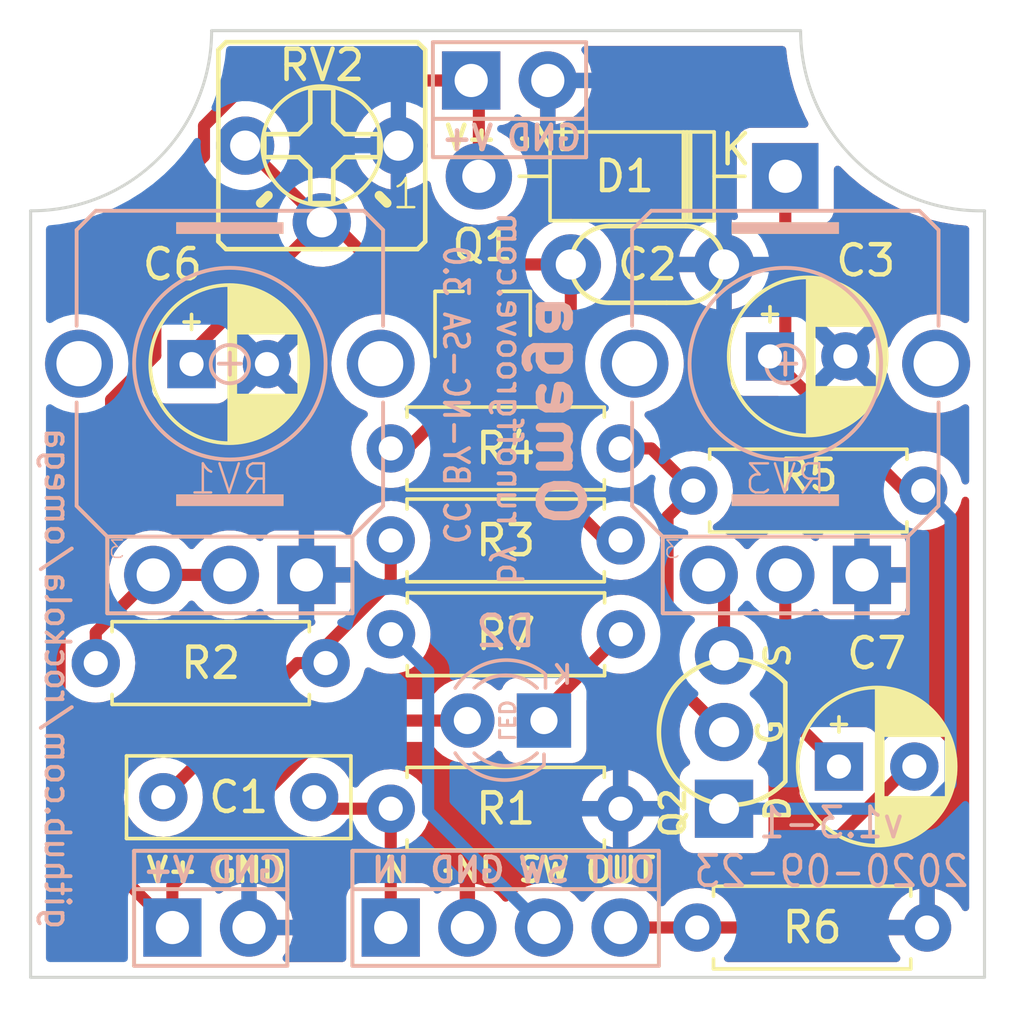
<source format=kicad_pcb>
(kicad_pcb (version 20211014) (generator pcbnew)
  (layers (0 "F.Cu" signal) (31 "B.Cu" signal) (34 "B.Paste" user) (35 "F.Paste" user) (36 "B.SilkS" user "B.Silkscreen") (37 "F.SilkS" user "F.Silkscreen") (38 "B.Mask" user) (39 "F.Mask" user) (44 "Edge.Cuts" user))
  (property "DATE" "2020-09-23")
  (property "REVISION" "v1.3-1")
  (property "TITLE" "Omega")
  (property "URL" "github.com/rockola/omega")
  (net 0 "")
  (net 1 "Net-(C1-Pad2)")
  (net 2 "IN")
  (net 3 "GND")
  (net 4 "Net-(C2-Pad1)")
  (net 5 "Net-(D2-Pad1)")
  (net 6 "Net-(Q1-Pad2)")
  (net 7 "VCC")
  (net 8 "Net-(C6-Pad1)")
  (net 9 "OUT")
  (net 10 "Net-(C7-Pad1)")
  (net 11 "+9V")
  (net 12 "LED-")
  (net 13 "Net-(Q2-Pad3)")
  (net 14 "Net-(Q2-Pad2)")
  (net 15 "Net-(R2-Pad2)")
  (footprint "rockola_kicad_footprints:R_DIN0207" (layer "F.Cu") (at 112.649 67.564)
    (fp_text reference "R5" (at 3.81 -0.508) (layer "F.SilkS"))
    (fp_text value "68k")
    (pad "1" thru_hole circle locked (at 0 0) (size 1.6 1.6) (drill 0.8) (layers *.Cu *.Mask) (net 14 "Net-(Q2-Pad2)"))
    (pad "2" thru_hole oval locked (at 7.62 0) (size 1.6 1.6) (drill 0.8) (layers *.Cu *.Mask) (net 7 "VCC"))
  )
  (footprint "rockola_kicad_footprints:R_DIN0207" (layer "F.Cu") (at 100.457 73.279 180)
    (fp_text reference "R2" (at 3.81 0) (layer "F.SilkS"))
    (fp_text value "22k")
    (pad "1" thru_hole circle locked (at 0 0 180) (size 1.6 1.6) (drill 0.8) (layers *.Cu *.Mask) (net 1 "Net-(C1-Pad2)"))
    (pad "2" thru_hole oval locked (at 7.62 0 180) (size 1.6 1.6) (drill 0.8) (layers *.Cu *.Mask) (net 15 "Net-(R2-Pad2)"))
  )
  (footprint "rockola_kicad_footprints:CP_D5.0_P2.50" (layer "F.Cu") (at 115.189 63.119)
    (fp_text reference "C3" (at 3.175 -3.175) (layer "F.SilkS"))
    (fp_text value "100u")
    (pad "1" thru_hole rect locked (at 0 0) (size 1.6 1.6) (drill 0.8) (layers *.Cu *.Mask) (net 7 "VCC"))
    (pad "2" thru_hole circle locked (at 2.5 0) (size 1.6 1.6) (drill 0.8) (layers *.Cu *.Mask) (net 3 "GND"))
  )
  (footprint "Package_TO_SOT_SMD:SOT-23" (layer "F.Cu") (at 105.664 61.722 90)
    (fp_text reference "Q1" (at 2.286 0 180) (layer "F.SilkS"))
    (fp_text value "MMBF5457")
    (pad "1" smd rect locked (at -1 -0.95 90) (size 0.9 0.8) (layers "F.Cu" "F.Paste" "F.Mask") (net 8 "Net-(C6-Pad1)"))
    (pad "2" smd rect locked (at -1 0.95 90) (size 0.9 0.8) (layers "F.Cu" "F.Paste" "F.Mask") (net 6 "Net-(Q1-Pad2)"))
    (pad "3" smd rect locked (at 1 0 90) (size 0.9 0.8) (layers "F.Cu" "F.Paste" "F.Mask") (net 4 "Net-(C2-Pad1)"))
  )
  (footprint "rockola_kicad_footprints:R_DIN0207" (layer "F.Cu") (at 102.616 69.215)
    (fp_text reference "R3" (at 3.81 0) (layer "F.SilkS"))
    (fp_text value "33k")
    (pad "1" thru_hole circle locked (at 0 0) (size 1.6 1.6) (drill 0.8) (layers *.Cu *.Mask) (net 1 "Net-(C1-Pad2)"))
    (pad "2" thru_hole oval locked (at 7.62 0) (size 1.6 1.6) (drill 0.8) (layers *.Cu *.Mask) (net 4 "Net-(C2-Pad1)"))
  )
  (footprint "potentiometers:9MM_METAL_SHAFT" (layer "F.Cu") (at 97.282 70.358)
    (fp_text reference "RV1" (at 0 -3.175 180) (layer "B.SilkS") (effects (font (size 0.9652 0.9652) (thickness 0.08128)) (justify mirror)))
    (fp_text value "Range C500k" hide)
    (fp_text user "3" (at -4.064 -0.508 180) (layer "B.SilkS") (effects (font (size 0.57912 0.57912) (thickness 0.048768)) (justify right bottom mirror)))
    (pad "" thru_hole oval locked (at 5 -7) (size 2.25 2.25) (drill 1.5) (layers *.Cu *.Mask))
    (pad "" thru_hole oval locked (at -5 -7) (size 2.25 2.25) (drill 1.5) (layers *.Cu *.Mask))
    (pad "1" thru_hole rect locked (at 2.54 0) (size 1.9304 1.9304) (drill 1.1) (layers *.Cu *.Mask) (net 3 "GND"))
    (pad "2" thru_hole oval locked (at 0 0) (size 1.9304 1.9304) (drill 1.1) (layers *.Cu *.Mask) (net 15 "Net-(R2-Pad2)"))
    (pad "3" thru_hole oval locked (at -2.54 0) (size 1.9304 1.9304) (drill 1.1) (layers *.Cu *.Mask) (net 15 "Net-(R2-Pad2)"))
  )
  (footprint "Diode_THT:D_DO-41_SOD81_P10.16mm_Horizontal" (layer "F.Cu") (at 115.697 57.15 180)
    (fp_text reference "D1" (at 5.334 0) (layer "F.SilkS"))
    (fp_text value "1N5817")
    (fp_text user "K" (at 1.651 0.889) (layer "F.SilkS"))
    (pad "1" thru_hole rect locked (at 0 0 180) (size 2.2 2.2) (drill 1.1) (layers *.Cu *.Mask) (net 7 "VCC"))
    (pad "2" thru_hole oval locked (at 10.16 0 180) (size 2.2 2.2) (drill 1.1) (layers *.Cu *.Mask) (net 11 "+9V"))
  )
  (footprint "rockola_kicad_footprints:CP_D5.0_P2.50" (layer "F.Cu") (at 96.012 63.373)
    (fp_text reference "C6" (at -0.635 -3.302) (layer "F.SilkS"))
    (fp_text value "4u7")
    (pad "1" thru_hole rect locked (at 0 0) (size 1.6 1.6) (drill 0.8) (layers *.Cu *.Mask) (net 8 "Net-(C6-Pad1)"))
    (pad "2" thru_hole circle locked (at 2.5 0) (size 1.6 1.6) (drill 0.8) (layers *.Cu *.Mask) (net 3 "GND"))
  )
  (footprint "rockola_kicad_footprints:R_DIN0207" (layer "F.Cu") (at 110.236 66.167 180)
    (fp_text reference "R4" (at 3.81 0) (layer "F.SilkS"))
    (fp_text value "33k")
    (pad "1" thru_hole circle locked (at 0 0 180) (size 1.6 1.6) (drill 0.8) (layers *.Cu *.Mask) (net 14 "Net-(Q2-Pad2)"))
    (pad "2" thru_hole oval locked (at 7.62 0 180) (size 1.6 1.6) (drill 0.8) (layers *.Cu *.Mask) (net 6 "Net-(Q1-Pad2)"))
  )
  (footprint "rockola_kicad_footprints:Power_Header_2pin" (layer "F.Cu") (at 99.187 82.042)
    (fp_text reference "J3" hide)
    (fp_text value "Power BOTTOM" hide)
    (fp_text user "V+" (at -3.937 -1.905 unlocked) (layer "B.SilkS") (effects (font (size 0.8 0.8)) (justify mirror)))
    (fp_text user "GND" (at -1.397 -1.905 unlocked) (layer "B.SilkS") (effects (font (size 0.8 0.8)) (justify mirror)))
    (fp_text user "GND" (at -1.27 -1.905 unlocked) (layer "F.SilkS") (effects (font (size 0.8 0.8))))
    (fp_text user "V+" (at -3.81 -1.905 unlocked) (layer "F.SilkS") (effects (font (size 0.8 0.8))))
    (pad "1" thru_hole rect locked (at -3.81 0) (size 1.9304 1.9304) (drill 1.1) (layers *.Cu *.Mask) (net 11 "+9V"))
    (pad "2" thru_hole oval locked (at -1.27 0) (size 1.9304 1.9304) (drill 1.1) (layers *.Cu *.Mask) (net 3 "GND"))
  )
  (footprint "rockola_kicad_footprints:Stomp_4pin" (layer "F.Cu") (at 106.426 82.042)
    (fp_text reference "J1" hide)
    (fp_text value "Conn_01x04_Female" hide)
    (fp_text user "GND" (at -1.27 -1.905 unlocked) (layer "B.SilkS") (effects (font (size 0.8 0.8)) (justify mirror)))
    (fp_text user "IN" (at -3.81 -1.905 unlocked) (layer "B.SilkS") (effects (font (size 0.8 0.8)) (justify mirror)))
    (fp_text user "SW" (at 1.27 -1.905 unlocked) (layer "B.SilkS") (effects (font (size 0.8 0.8)) (justify mirror)))
    (fp_text user "OUT" (at 3.81 -1.905 unlocked) (layer "B.SilkS") (effects (font (size 0.8 0.8)) (justify mirror)))
    (fp_text user "IN" (at -3.81 -1.905 unlocked) (layer "F.SilkS") (effects (font (size 0.8 0.8))))
    (fp_text user "GND" (at -1.27 -1.905 unlocked) (layer "F.SilkS") (effects (font (size 0.8 0.8))))
    (fp_text user "OUT" (at 3.81 -1.905 unlocked) (layer "F.SilkS") (effects (font (size 0.8 0.8))))
    (fp_text user "SW" (at 1.27 -1.905 unlocked) (layer "F.SilkS") (effects (font (size 0.8 0.8))))
    (pad "1" thru_hole rect locked (at -3.81 0) (size 1.9304 1.9304) (drill 1.1) (layers *.Cu *.Mask) (net 2 "IN"))
    (pad "2" thru_hole oval locked (at -1.27 0) (size 1.9304 1.9304) (drill 1.1) (layers *.Cu *.Mask) (net 3 "GND"))
    (pad "3" thru_hole oval locked (at 1.27 0) (size 1.9304 1.9304) (drill 1.1) (layers *.Cu *.Mask) (net 12 "LED-"))
    (pad "4" thru_hole oval locked (at 3.81 0) (size 1.9304 1.9304) (drill 1.1) (layers *.Cu *.Mask) (net 9 "OUT"))
  )
  (footprint "caps-film:0.2_22.SML" (layer "F.Cu") (at 111.125 60.071)
    (fp_text reference "C2" (at 0 0) (layer "F.SilkS"))
    (fp_text value "220p" hide)
    (pad "1" thru_hole oval locked (at -2.54 0) (size 2 2) (drill 1) (layers *.Cu *.Mask) (net 4 "Net-(C2-Pad1)"))
    (pad "2" thru_hole oval locked (at 2.54 0) (size 2 2) (drill 1) (layers *.Cu *.Mask) (net 3 "GND"))
  )
  (footprint "rockola_kicad_footprints:C_Box_7.2_2.5" (layer "F.Cu") (at 100.076 77.724 180)
    (fp_text reference "C1" (at 2.5 0) (layer "F.SilkS"))
    (fp_text value "3n3")
    (pad "1" thru_hole circle locked (at 0 0 180) (size 1.6 1.6) (drill 0.8) (layers *.Cu *.Mask) (net 2 "IN"))
    (pad "2" thru_hole circle locked (at 5 0 180) (size 1.6 1.6) (drill 0.8) (layers *.Cu *.Mask) (net 1 "Net-(C1-Pad2)"))
  )
  (footprint "rockola_kicad_footprints:Power_Header_2pin_TOP" (layer "F.Cu") (at 109.093 53.975)
    (fp_text reference "J2" hide)
    (fp_text value "Power TOP" hide)
    (fp_text user "V+" (at -3.937 1.905 unlocked) (layer "B.SilkS") (effects (font (size 0.8 0.8)) (justify mirror)))
    (fp_text user "GND" (at -1.397 1.905 unlocked) (layer "B.SilkS") (effects (font (size 0.8 0.8)) (justify mirror)))
    (fp_text user "V+" (at -3.81 1.905 unlocked) (layer "F.SilkS") (effects (font (size 0.8 0.8))))
    (fp_text user "GND" (at -1.397 1.905 unlocked) (layer "F.SilkS") (effects (font (size 0.8 0.8))))
    (pad "1" thru_hole rect locked (at -3.81 0) (size 1.9304 1.9304) (drill 1.1) (layers *.Cu *.Mask) (net 11 "+9V"))
    (pad "2" thru_hole oval locked (at -1.27 0) (size 1.9304 1.9304) (drill 1.1) (layers *.Cu *.Mask) (net 3 "GND"))
  )
  (footprint "rockola_kicad_footprints:CP_D5.0_P2.50" (layer "F.Cu") (at 117.475 76.708)
    (fp_text reference "C7" (at 1.25 -3.75) (layer "F.SilkS"))
    (fp_text value "4u7")
    (pad "1" thru_hole rect locked (at 0 0) (size 1.6 1.6) (drill 0.8) (layers *.Cu *.Mask) (net 10 "Net-(C7-Pad1)"))
    (pad "2" thru_hole circle locked (at 2.5 0) (size 1.6 1.6) (drill 0.8) (layers *.Cu *.Mask) (net 9 "OUT"))
  )
  (footprint "rockola_kicad_footprints:TO92_DGS" (layer "F.Cu") (at 113.665 75.565 90)
    (fp_text reference "Q2" (at -1.778 -2.159 90) (layer "F.SilkS") (effects (font (size 0.8 0.8)) (justify right top)))
    (fp_text value "BS170" hide)
    (fp_text user "S" (at 2.54 1.778 90 unlocked) (layer "F.SilkS") (effects (font (size 0.8 0.8))))
    (fp_text user "D" (at -2.54 1.778 90 unlocked) (layer "F.SilkS") (effects (font (size 0.8 0.8))))
    (fp_text user "G" (at 0 1.524 90 unlocked) (layer "F.SilkS") (effects (font (size 0.8 0.8))))
    (pad "1" thru_hole rect locked (at -2.54 0 270) (size 1.9304 1.9304) (drill 1) (layers *.Cu *.Mask) (net 7 "VCC"))
    (pad "2" thru_hole oval locked (at 0 0 270) (size 1.9304 1.9304) (drill 1) (layers *.Cu *.Mask) (net 14 "Net-(Q2-Pad2)"))
    (pad "3" thru_hole oval locked (at 2.54 0 270) (size 1.9304 1.9304) (drill 1) (layers *.Cu *.Mask) (net 13 "Net-(Q2-Pad3)"))
  )
  (footprint "potentiometers:9MM_METAL_SHAFT" (layer "F.Cu") (at 115.697 70.358)
    (fp_text reference "RV3" (at 0 -3.175 180) (layer "B.SilkS") (effects (font (size 0.9652 0.9652) (thickness 0.08128)) (justify mirror)))
    (fp_text value "Master A10k" hide)
    (fp_text user "3" (at -4.064 -0.508 180) (layer "B.SilkS") (effects (font (size 0.57912 0.57912) (thickness 0.048768)) (justify right bottom mirror)))
    (pad "" thru_hole oval locked (at 5 -7) (size 2.25 2.25) (drill 1.5) (layers *.Cu *.Mask))
    (pad "" thru_hole oval locked (at -5 -7) (size 2.25 2.25) (drill 1.5) (layers *.Cu *.Mask))
    (pad "1" thru_hole rect locked (at 2.54 0) (size 1.9304 1.9304) (drill 1.1) (layers *.Cu *.Mask) (net 3 "GND"))
    (pad "2" thru_hole oval locked (at 0 0) (size 1.9304 1.9304) (drill 1.1) (layers *.Cu *.Mask) (net 10 "Net-(C7-Pad1)"))
    (pad "3" thru_hole oval locked (at -2.54 0) (size 1.9304 1.9304) (drill 1.1) (layers *.Cu *.Mask) (net 13 "Net-(Q2-Pad3)"))
  )
  (footprint "potentiometers:TRIM1" (layer "F.Cu") (at 100.33 56.134 180)
    (fp_text reference "RV2" (at 0 2.667) (layer "F.SilkS"))
    (fp_text value "trim 100k" hide)
    (fp_text user "1" (at -3.302 -2.159) (layer "F.SilkS") (effects (font (size 0.9652 0.9652) (thickness 0.08128)) (justify right bottom)))
    (pad "1" thru_hole oval locked (at -2.54 0 180) (size 1.9304 1.9304) (drill 1) (layers *.Cu *.Mask) (net 3 "GND"))
    (pad "2" thru_hole oval locked (at 0 -2.54 180) (size 1.9304 1.9304) (drill 1) (layers *.Cu *.Mask) (net 8 "Net-(C6-Pad1)"))
    (pad "3" thru_hole oval locked (at 2.54 0 180) (size 1.9304 1.9304) (drill 1) (layers *.Cu *.Mask) (net 8 "Net-(C6-Pad1)"))
  )
  (footprint "rockola_kicad_footprints:R_DIN0207" (layer "F.Cu") (at 102.616 78.105)
    (fp_text reference "R1" (at 3.81 0) (layer "F.SilkS"))
    (fp_text value "1M")
    (pad "1" thru_hole circle locked (at 0 0) (size 1.6 1.6) (drill 0.8) (layers *.Cu *.Mask) (net 2 "IN"))
    (pad "2" thru_hole oval locked (at 7.62 0) (size 1.6 1.6) (drill 0.8) (layers *.Cu *.Mask) (net 3 "GND"))
  )
  (footprint "rockola_kicad_footprints:R_DIN0207" (layer "F.Cu") (at 112.776 82.042)
    (fp_text reference "R6" (at 3.81 0) (layer "F.SilkS"))
    (fp_text value "1M")
    (pad "1" thru_hole circle locked (at 0 0) (size 1.6 1.6) (drill 0.8) (layers *.Cu *.Mask) (net 9 "OUT"))
    (pad "2" thru_hole oval locked (at 7.62 0) (size 1.6 1.6) (drill 0.8) (layers *.Cu *.Mask) (net 3 "GND"))
  )
  (footprint "rockola_kicad_footprints:R_DIN0207" (layer "F.Cu") (at 102.626117 72.324058)
    (fp_text reference "R7" (at 3.81 0) (layer "F.SilkS"))
    (fp_text value "CLR")
    (pad "1" thru_hole circle locked (at 0 0) (size 1.6 1.6) (drill 0.8) (layers *.Cu *.Mask) (net 12 "LED-"))
    (pad "2" thru_hole oval locked (at 7.62 0) (size 1.6 1.6) (drill 0.8) (layers *.Cu *.Mask) (net 5 "Net-(D2-Pad1)"))
  )
  (footprint "rockola_kicad_footprints:LED.3mm" (layer "B.Cu") (at 107.696 75.184 180)
    (fp_text reference "D2" (at 1.27 2.96) (layer "B.SilkS") (effects (justify mirror)))
    (fp_text value "LED")
    (fp_text user "K" (at -0.6096 1.5748 180 unlocked) (layer "B.SilkS") (effects (font (size 0.6 0.6) (thickness 0.127))))
    (fp_text user "LED" (at 1.2446 0 -90 unlocked) (layer "B.SilkS") (effects (font (size 0.5 0.5) (thickness 0.1)) (justify mirror)))
    (pad "1" thru_hole rect locked (at 0 0 180) (size 1.8 1.8) (drill 0.9) (layers *.Cu *.Mask) (net 5 "Net-(D2-Pad1)"))
    (pad "2" thru_hole circle locked (at 2.54 0 180) (size 1.8 1.8) (drill 0.9) (layers *.Cu *.Mask) (net 11 "+9V"))
  )
  (gr_line (start 90.678 83.693) (end 122.301 83.693) (layer "Edge.Cuts") (width 0.1))
  (gr_arc (start 122.301 58.292999) (mid 117.998285 56.589886) (end 116.204919 52.324) (layer "Edge.Cuts") (width 0.1))
  (gr_line (start 122.301 83.693) (end 122.301 58.293) (layer "Edge.Cuts") (width 0.1))
  (gr_arc (start 96.678 52.324) (mid 94.918751 56.555695) (end 90.678 58.293001) (layer "Edge.Cuts") (width 0.1))
  (gr_line (start 96.678 52.324) (end 116.204919 52.324) (layer "Edge.Cuts") (width 0.1))
  (gr_line (start 90.678 58.293) (end 90.678 83.693) (layer "Edge.Cuts") (width 0.1))
  (gr_text "${TITLE}" (at 108.204 64.897 270) (layer "B.SilkS") (effects (font (size 1.4 1.5) (thickness 0.3)) (justify mirror)))
  (gr_text "by runoffgroove.com" (at 106.553 64.516 270) (layer "B.SilkS") (effects (font (size 0.8 0.8) (thickness 0.127)) (justify mirror)))
  (gr_text "CC BY-NC-SA 3.0" (at 104.775 64.389 270) (layer "B.SilkS") (effects (font (size 0.8 0.7) (thickness 0.127)) (justify mirror)))
  (gr_text "${REVISION}\n${DATE}" (at 117.221 79.375) (layer "B.SilkS") (effects (font (size 1 0.9) (thickness 0.127)) (justify mirror)))
  (gr_text "${URL}" (at 91.567 73.787 270) (layer "B.SilkS") (effects (font (size 0.8 0.8) (thickness 0.127)) (justify mirror)))
  (segment (start 99.521 73.279) (end 100.457 73.279) (width 0.4) (layer "F.Cu") (net 1))
  (segment (start 100.457 73.279) (end 100.457 72.717173) (width 0.4) (layer "F.Cu") (net 1))
  (segment (start 102.616 70.558173) (end 102.616 69.215) (width 0.4) (layer "F.Cu") (net 1))
  (segment (start 95.076 77.724) (end 99.521 73.279) (width 0.4) (layer "F.Cu") (net 1))
  (segment (start 100.457 72.717173) (end 102.616 70.558173) (width 0.4) (layer "F.Cu") (net 1))
  (segment (start 100.457 78.105) (end 100.076 77.724) (width 0.4) (layer "F.Cu") (net 2))
  (segment (start 102.616 78.105) (end 100.457 78.105) (width 0.4) (layer "F.Cu") (net 2))
  (segment (start 102.616 82.042) (end 102.616 78.105) (width 0.4) (layer "F.Cu") (net 2))
  (segment (start 108.585 68.072) (end 108.585 66.675) (width 0.4) (layer "F.Cu") (net 4))
  (segment (start 108.585 60.071) (end 106.315 60.071) (width 0.4) (layer "F.Cu") (net 4))
  (segment (start 106.315 60.071) (end 105.664 60.722) (width 0.4) (layer "F.Cu") (net 4))
  (segment (start 110.236 69.723) (end 108.585 68.072) (width 0.4) (layer "F.Cu") (net 4))
  (segment (start 108.585 66.675) (end 108.585 60.071) (width 0.4) (layer "F.Cu") (net 4))
  (segment (start 107.696 75.184) (end 107.696 74.874175) (width 0.4) (layer "F.Cu") (net 5))
  (segment (start 107.696 74.874175) (end 110.246117 72.324058) (width 0.4) (layer "F.Cu") (net 5))
  (segment (start 103.169 66.167) (end 106.614 62.722) (width 0.4) (layer "F.Cu") (net 6))
  (segment (start 102.616 66.167) (end 103.169 66.167) (width 0.4) (layer "F.Cu") (net 6))
  (segment (start 119.634 67.564) (end 120.269 67.564) (width 0.4) (layer "F.Cu") (net 7))
  (segment (start 115.697 57.15) (end 115.697 62.611) (width 0.4) (layer "F.Cu") (net 7))
  (segment (start 115.697 62.611) (end 115.189 63.119) (width 0.4) (layer "F.Cu") (net 7))
  (segment (start 115.189 57.277) (end 115.443 57.023) (width 0.4) (layer "F.Cu") (net 7))
  (segment (start 115.189 63.119) (end 119.634 67.564) (width 0.4) (layer "F.Cu") (net 7))
  (segment (start 113.665 78.105) (end 120.354002 78.105) (width 0.4) (layer "B.Cu") (net 7))
  (segment (start 121.175001 68.470001) (end 120.269 67.564) (width 0.4) (layer "B.Cu") (net 7))
  (segment (start 121.175001 77.284001) (end 121.175001 68.470001) (width 0.4) (layer "B.Cu") (net 7))
  (segment (start 120.354002 78.105) (end 121.175001 77.284001) (width 0.4) (layer "B.Cu") (net 7))
  (segment (start 97.79 56.134) (end 100.33 58.674) (width 0.4) (layer "F.Cu") (net 8))
  (segment (start 100.33 58.674) (end 96.012 62.992) (width 0.4) (layer "F.Cu") (net 8))
  (segment (start 104.714 62.722) (end 100.666 58.674) (width 0.4) (layer "F.Cu") (net 8))
  (segment (start 96.012 62.992) (end 96.012 63.373) (width 0.4) (layer "F.Cu") (net 8))
  (segment (start 100.666 58.674) (end 100.33 58.674) (width 0.4) (layer "F.Cu") (net 8))
  (segment (start 119.795002 76.708) (end 119.975 76.708) (width 0.4) (layer "F.Cu") (net 9))
  (segment (start 110.236 82.042) (end 112.776 82.042) (width 0.4) (layer "F.Cu") (net 9))
  (segment (start 112.776 82.042) (end 114.461002 82.042) (width 0.4) (layer "F.Cu") (net 9))
  (segment (start 114.461002 82.042) (end 119.795002 76.708) (width 0.4) (layer "F.Cu") (net 9))
  (segment (start 115.697 74.93) (end 117.475 76.708) (width 0.4) (layer "F.Cu") (net 10))
  (segment (start 115.697 70.358) (end 115.697 74.93) (width 0.4) (layer "F.Cu") (net 10))
  (segment (start 97.928502 53.975) (end 105.283 53.975) (width 0.4) (layer "F.Cu") (net 11))
  (segment (start 94.811999 63.085003) (end 94.811999 58.096001) (width 0.4) (layer "F.Cu") (net 11))
  (segment (start 93.345 67.945) (end 93.345 64.552002) (width 0.4) (layer "F.Cu") (net 11))
  (segment (start 96.424799 55.478703) (end 97.928502 53.975) (width 0.4) (layer "F.Cu") (net 11))
  (segment (start 95.377 82.042) (end 95.377 80.646998) (width 0.4) (layer "F.Cu") (net 11))
  (segment (start 91.636999 78.301999) (end 91.636999 69.653001) (width 0.4) (layer "F.Cu") (net 11))
  (segment (start 95.377 80.646998) (end 100.839998 75.184) (width 0.4) (layer "F.Cu") (net 11))
  (segment (start 95.377 82.042) (end 91.636999 78.301999) (width 0.4) (layer "F.Cu") (net 11))
  (segment (start 96.424799 56.483201) (end 96.424799 55.478703) (width 0.4) (layer "F.Cu") (net 11))
  (segment (start 94.811999 58.096001) (end 96.424799 56.483201) (width 0.4) (layer "F.Cu") (net 11))
  (segment (start 105.537 57.15) (end 105.537 54.229) (width 0.4) (layer "F.Cu") (net 11))
  (segment (start 105.537 54.229) (end 105.283 53.975) (width 0.4) (layer "F.Cu") (net 11))
  (segment (start 93.345 64.552002) (end 94.811999 63.085003) (width 0.4) (layer "F.Cu") (net 11))
  (segment (start 91.636999 69.653001) (end 93.345 67.945) (width 0.4) (layer "F.Cu") (net 11))
  (segment (start 100.839998 75.184) (end 105.156 75.184) (width 0.4) (layer "F.Cu") (net 11))
  (segment (start 103.855999 73.55394) (end 102.626117 72.324058) (width 0.4) (layer "B.Cu") (net 12))
  (segment (start 103.855999 78.201999) (end 103.855999 73.55394) (width 0.4) (layer "B.Cu") (net 12))
  (segment (start 107.696 82.042) (end 103.855999 78.201999) (width 0.4) (layer "B.Cu") (net 12))
  (segment (start 113.665 70.866) (end 113.157 70.358) (width 0.4) (layer "F.Cu") (net 13))
  (segment (start 113.665 73.025) (end 113.665 70.866) (width 0.4) (layer "F.Cu") (net 13))
  (segment (start 111.791799 68.421201) (end 111.791799 73.691799) (width 0.4) (layer "F.Cu") (net 14))
  (segment (start 110.236 66.167) (end 111.252 66.167) (width 0.4) (layer "F.Cu") (net 14))
  (segment (start 111.791799 73.691799) (end 112.522 74.422) (width 0.4) (layer "F.Cu") (net 14))
  (segment (start 111.252 66.167) (end 112.649 67.564) (width 0.4) (layer "F.Cu") (net 14))
  (segment (start 113.665 75.565) (end 112.522 74.422) (width 0.4) (layer "F.Cu") (net 14))
  (segment (start 112.649 67.564) (end 111.791799 68.421201) (width 0.4) (layer "F.Cu") (net 14))
  (segment (start 92.837 73.279) (end 92.837 72.263) (width 0.4) (layer "F.Cu") (net 15))
  (segment (start 92.837 72.263) (end 94.742 70.358) (width 0.4) (layer "F.Cu") (net 15))
  (segment (start 94.742 70.358) (end 97.282 70.358) (width 0.4) (layer "F.Cu") (net 15))
  (zone (net 3) (net_name "GND") (layers F&B.Cu) (connect_pads (clearance 0.508)) (min_thickness 0.254) (fill yes (thermal_gap 0.508) (thermal_bridge_width 0.508))
    (polygon (pts (xy 123.444 51.562) (xy 123.063 84.328) (xy 89.789 84.328) (xy 89.662 51.308)))
  )
)
</source>
